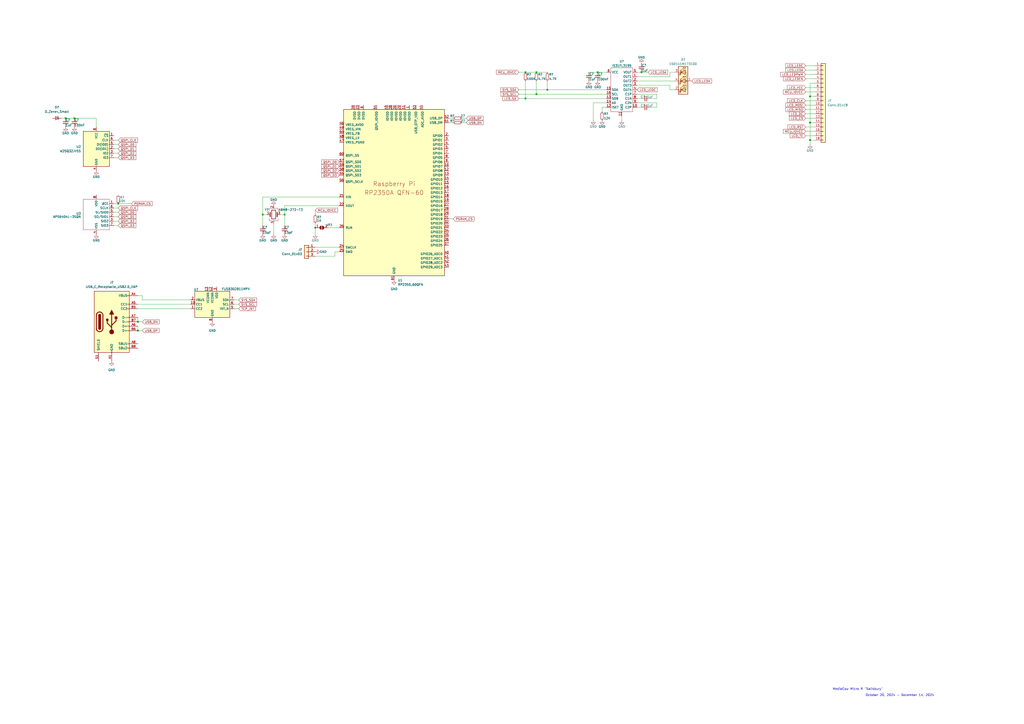
<source format=kicad_sch>
(kicad_sch (version 20231120) (generator "eeschema") (generator_version "8.0")
  (paper "A2")
  (lib_symbols
    (symbol "Connector:USB_C_Receptacle_USB2.0_16P" (pin_names (offset 1.016))
      (property "Reference" "J" (at 0 22.225 0))
      (property "Value" "USB_C_Receptacle_USB2.0_16P" (at 0 19.685 0))
      (symbol "USB_C_Receptacle_USB2.0_16P_0_0"
        (rectangle (start -0.254 -17.78) (end 0.254 -16.764))
        (rectangle (start 10.16 -14.986) (end 9.144 -15.494))
        (rectangle (start 10.16 -12.446) (end 9.144 -12.954))
        (rectangle (start 10.16 -4.826) (end 9.144 -5.334))
        (rectangle (start 10.16 -2.286) (end 9.144 -2.794))
        (rectangle (start 10.16 0.254) (end 9.144 -0.254))
        (rectangle (start 10.16 2.794) (end 9.144 2.286))
        (rectangle (start 10.16 7.874) (end 9.144 7.366))
        (rectangle (start 10.16 10.414) (end 9.144 9.906))
        (rectangle (start 10.16 15.494) (end 9.144 14.986))
      )
      (symbol "USB_C_Receptacle_USB2.0_16P_0_1"
        (rectangle (start -10.16 17.78) (end 10.16 -17.78) (stroke (width 0.254)) (fill (type background)))
        (arc (start -8.89 -3.81) (mid -6.985 -5.7067) (end -5.08 -3.81) (stroke (width 0.508)))
        (arc (start -7.62 -3.81) (mid -6.985 -4.4423) (end -6.35 -3.81) (stroke (width 0.254)))
        (arc (start -7.62 -3.81) (mid -6.985 -4.4423) (end -6.35 -3.81) (stroke (width 0.254)) (fill (type outline)))
        (rectangle (start -7.62 -3.81) (end -6.35 3.81) (stroke (width 0.254)) (fill (type outline)))
        (arc (start -6.35 3.81) (mid -6.985 4.4423) (end -7.62 3.81) (stroke (width 0.254)))
        (arc (start -6.35 3.81) (mid -6.985 4.4423) (end -7.62 3.81) (stroke (width 0.254)) (fill (type outline)))
        (arc (start -5.08 3.81) (mid -6.985 5.7067) (end -8.89 3.81) (stroke (width 0.508)))
        (circle (center -2.54 1.143) (radius 0.635) (stroke (width 0.254)) (fill (type outline)))
        (circle (center 0 -5.842) (radius 1.27) (fill (type outline)))
        (polyline (pts (xy -8.89 -3.81) (xy -8.89 3.81)) (stroke (width 0.508)))
        (polyline (pts (xy -5.08 3.81) (xy -5.08 -3.81)) (stroke (width 0.508)))
        (polyline (pts (xy 0 -5.842) (xy 0 4.318)) (stroke (width 0.508)))
        (polyline (pts (xy 0 -3.302) (xy -2.54 -0.762) (xy -2.54 0.508)) (stroke (width 0.508)))
        (polyline (pts (xy 0 -2.032) (xy 2.54 0.508) (xy 2.54 1.778)) (stroke (width 0.508)))
        (polyline (pts (xy -1.27 4.318) (xy 0 6.858) (xy 1.27 4.318) (xy -1.27 4.318)) (stroke (width 0.254)) (fill (type outline)))
        (rectangle (start 1.905 1.778) (end 3.175 3.048) (stroke (width 0.254)) (fill (type outline)))
      )
      (symbol "USB_C_Receptacle_USB2.0_16P_1_1"
        (pin passive line (at 0 -22.86 90) (length 5.08) (name "GND") (number "A1"))
        (pin passive line (at 0 -22.86 90) (length 5.08) hide (name "GND") (number "A12"))
        (pin passive line (at 15.24 15.24 180) (length 5.08) (name "VBUS") (number "A4"))
        (pin bidirectional line (at 15.24 10.16 180) (length 5.08) (name "CC1") (number "A5"))
        (pin bidirectional line (at 15.24 -2.54 180) (length 5.08) (name "D+") (number "A6"))
        (pin bidirectional line (at 15.24 2.54 180) (length 5.08) (name "D-") (number "A7"))
        (pin bidirectional line (at 15.24 -12.7 180) (length 5.08) (name "SBU1") (number "A8"))
        (pin passive line (at 15.24 15.24 180) (length 5.08) hide (name "VBUS") (number "A9"))
        (pin passive line (at 0 -22.86 90) (length 5.08) hide (name "GND") (number "B1"))
        (pin passive line (at 0 -22.86 90) (length 5.08) hide (name "GND") (number "B12"))
        (pin passive line (at 15.24 15.24 180) (length 5.08) hide (name "VBUS") (number "B4"))
        (pin bidirectional line (at 15.24 7.62 180) (length 5.08) (name "CC2") (number "B5"))
        (pin bidirectional line (at 15.24 -5.08 180) (length 5.08) (name "D+") (number "B6"))
        (pin bidirectional line (at 15.24 0 180) (length 5.08) (name "D-") (number "B7"))
        (pin bidirectional line (at 15.24 -15.24 180) (length 5.08) (name "SBU2") (number "B8"))
        (pin passive line (at 15.24 15.24 180) (length 5.08) hide (name "VBUS") (number "B9"))
        (pin passive line (at -7.62 -22.86 90) (length 5.08) (name "SHIELD") (number "S1"))
      )
    )
    (symbol "Connector_Generic:Conn_01x03" (pin_names (offset 1.016) hide)
      (property "Reference" "J" (at 0 5.08 0))
      (property "Value" "Conn_01x03" (at 0 -5.08 0))
      (symbol "Conn_01x03_1_1"
        (rectangle (start -1.27 -2.413) (end 0 -2.667) (stroke (width 0.1524)))
        (rectangle (start -1.27 0.127) (end 0 -0.127) (stroke (width 0.1524)))
        (rectangle (start -1.27 2.667) (end 0 2.413) (stroke (width 0.1524)))
        (rectangle (start -1.27 3.81) (end 1.27 -3.81) (stroke (width 0.254)) (fill (type background)))
        (pin passive line (at -5.08 2.54 0) (length 3.81) (name "Pin_1") (number "1"))
        (pin passive line (at -5.08 0 0) (length 3.81) (name "Pin_2") (number "2"))
        (pin passive line (at -5.08 -2.54 0) (length 3.81) (name "Pin_3") (number "3"))
      )
    )
    (symbol "Connector_Generic:Conn_01x18" (pin_names (offset 1.016) hide)
      (property "Reference" "J" (at 0 22.86 0))
      (property "Value" "Conn_01x18" (at 0 -25.4 0))
      (symbol "Conn_01x18_1_1"
        (rectangle (start -1.27 -22.733) (end 0 -22.987) (stroke (width 0.1524)))
        (rectangle (start -1.27 -20.193) (end 0 -20.447) (stroke (width 0.1524)))
        (rectangle (start -1.27 -17.653) (end 0 -17.907) (stroke (width 0.1524)))
        (rectangle (start -1.27 -15.113) (end 0 -15.367) (stroke (width 0.1524)))
        (rectangle (start -1.27 -12.573) (end 0 -12.827) (stroke (width 0.1524)))
        (rectangle (start -1.27 -10.033) (end 0 -10.287) (stroke (width 0.1524)))
        (rectangle (start -1.27 -7.493) (end 0 -7.747) (stroke (width 0.1524)))
        (rectangle (start -1.27 -4.953) (end 0 -5.207) (stroke (width 0.1524)))
        (rectangle (start -1.27 -2.413) (end 0 -2.667) (stroke (width 0.1524)))
        (rectangle (start -1.27 0.127) (end 0 -0.127) (stroke (width 0.1524)))
        (rectangle (start -1.27 2.667) (end 0 2.413) (stroke (width 0.1524)))
        (rectangle (start -1.27 5.207) (end 0 4.953) (stroke (width 0.1524)))
        (rectangle (start -1.27 7.747) (end 0 7.493) (stroke (width 0.1524)))
        (rectangle (start -1.27 10.287) (end 0 10.033) (stroke (width 0.1524)))
        (rectangle (start -1.27 12.827) (end 0 12.573) (stroke (width 0.1524)))
        (rectangle (start -1.27 15.367) (end 0 15.113) (stroke (width 0.1524)))
        (rectangle (start -1.27 17.907) (end 0 17.653) (stroke (width 0.1524)))
        (rectangle (start -1.27 20.447) (end 0 20.193) (stroke (width 0.1524)))
        (rectangle (start -1.27 21.59) (end 1.27 -24.13) (stroke (width 0.254)) (fill (type background)))
        (pin passive line (at -5.08 20.32 0) (length 3.81) (name "Pin_1") (number "1"))
        (pin passive line (at -5.08 -2.54 0) (length 3.81) (name "Pin_10") (number "10"))
        (pin passive line (at -5.08 -5.08 0) (length 3.81) (name "Pin_11") (number "11"))
        (pin passive line (at -5.08 -7.62 0) (length 3.81) (name "Pin_12") (number "12"))
        (pin passive line (at -5.08 -10.16 0) (length 3.81) (name "Pin_13") (number "13"))
        (pin passive line (at -5.08 -12.7 0) (length 3.81) (name "Pin_14") (number "14"))
        (pin passive line (at -5.08 -15.24 0) (length 3.81) (name "Pin_15") (number "15"))
        (pin passive line (at -5.08 -17.78 0) (length 3.81) (name "Pin_16") (number "16"))
        (pin passive line (at -5.08 -20.32 0) (length 3.81) (name "Pin_17") (number "17"))
        (pin passive line (at -5.08 -22.86 0) (length 3.81) (name "Pin_18") (number "18"))
        (pin passive line (at -5.08 17.78 0) (length 3.81) (name "Pin_2") (number "2"))
        (pin passive line (at -5.08 15.24 0) (length 3.81) (name "Pin_3") (number "3"))
        (pin passive line (at -5.08 12.7 0) (length 3.81) (name "Pin_4") (number "4"))
        (pin passive line (at -5.08 10.16 0) (length 3.81) (name "Pin_5") (number "5"))
        (pin passive line (at -5.08 7.62 0) (length 3.81) (name "Pin_6") (number "6"))
        (pin passive line (at -5.08 5.08 0) (length 3.81) (name "Pin_7") (number "7"))
        (pin passive line (at -5.08 2.54 0) (length 3.81) (name "Pin_8") (number "8"))
        (pin passive line (at -5.08 0 0) (length 3.81) (name "Pin_9") (number "9"))
      )
    )
    (symbol "Device:C_Small" (pin_numbers hide) (pin_names (offset 0.254) hide)
      (property "Reference" "C" (at 0.254 1.778 0))
      (property "Value" "C_Small" (at 0.254 -2.032 0))
      (symbol "C_Small_0_1"
        (polyline (pts (xy -1.524 -0.508) (xy 1.524 -0.508)) (stroke (width 0.3302)))
        (polyline (pts (xy -1.524 0.508) (xy 1.524 0.508)) (stroke (width 0.3048)))
      )
      (symbol "C_Small_1_1"
        (pin passive line (at 0 2.54 270) (length 2.032) (name "~") (number "1"))
        (pin passive line (at 0 -2.54 90) (length 2.032) (name "~") (number "2"))
      )
    )
    (symbol "Device:Crystal_GND24" (pin_names (offset 1.016) hide)
      (property "Reference" "Y" (at 3.175 5.08 0))
      (property "Value" "Crystal_GND24" (at 3.175 3.175 0))
      (symbol "Crystal_GND24_0_1"
        (rectangle (start -1.143 2.54) (end 1.143 -2.54) (stroke (width 0.3048)))
        (polyline (pts (xy -2.54 0) (xy -2.032 0)))
        (polyline (pts (xy -2.032 -1.27) (xy -2.032 1.27)) (stroke (width 0.508)))
        (polyline (pts (xy 0 -3.81) (xy 0 -3.556)))
        (polyline (pts (xy 0 3.556) (xy 0 3.81)))
        (polyline (pts (xy 2.032 -1.27) (xy 2.032 1.27)) (stroke (width 0.508)))
        (polyline (pts (xy 2.032 0) (xy 2.54 0)))
        (polyline (pts (xy -2.54 -2.286) (xy -2.54 -3.556) (xy 2.54 -3.556) (xy 2.54 -2.286)))
        (polyline (pts (xy -2.54 2.286) (xy -2.54 3.556) (xy 2.54 3.556) (xy 2.54 2.286)))
      )
      (symbol "Crystal_GND24_1_1"
        (pin passive line (at -3.81 0 0) (length 1.27) (name "1") (number "1"))
        (pin passive line (at 0 5.08 270) (length 1.27) (name "2") (number "2"))
        (pin passive line (at 3.81 0 180) (length 1.27) (name "3") (number "3"))
        (pin passive line (at 0 -5.08 90) (length 1.27) (name "4") (number "4"))
      )
    )
    (symbol "Device:D_Zener_Small" (pin_numbers hide) (pin_names (offset 0.254) hide)
      (property "Reference" "D" (at 0 2.286 0))
      (property "Value" "D_Zener_Small" (at 0 -2.286 0))
      (symbol "D_Zener_Small_0_1"
        (polyline (pts (xy 0.762 0) (xy -0.762 0)))
        (polyline (pts (xy -0.254 1.016) (xy -0.762 1.016) (xy -0.762 -1.016)) (stroke (width 0.254)))
        (polyline (pts (xy 0.762 1.016) (xy -0.762 0) (xy 0.762 -1.016) (xy 0.762 1.016)) (stroke (width 0.254)))
      )
      (symbol "D_Zener_Small_1_1"
        (pin passive line (at -2.54 0 0) (length 1.778) (name "K") (number "1"))
        (pin passive line (at 2.54 0 180) (length 1.778) (name "A") (number "2"))
      )
    )
    (symbol "Device:LED_ABRG" (pin_names (offset 0) hide)
      (property "Reference" "D" (at 0 9.398 0))
      (property "Value" "LED_ABRG" (at 0 -8.89 0))
      (symbol "LED_ABRG_0_0"
        (text "B" (at -1.905 -6.35 0) (effects (font (size 1.27 1.27))))
        (text "G" (at -1.905 -1.27 0) (effects (font (size 1.27 1.27))))
        (text "R" (at -1.905 3.81 0) (effects (font (size 1.27 1.27))))
      )
      (symbol "LED_ABRG_0_1"
        (polyline (pts (xy -1.27 -5.08) (xy -2.54 -5.08)))
        (polyline (pts (xy -1.27 -5.08) (xy 1.27 -5.08)))
        (polyline (pts (xy -1.27 -3.81) (xy -1.27 -6.35)) (stroke (width 0.254)))
        (polyline (pts (xy -1.27 0) (xy -2.54 0)))
        (polyline (pts (xy -1.27 1.27) (xy -1.27 -1.27)) (stroke (width 0.254)))
        (polyline (pts (xy -1.27 5.08) (xy -2.54 5.08)))
        (polyline (pts (xy -1.27 5.08) (xy 1.27 5.08)))
        (polyline (pts (xy -1.27 6.35) (xy -1.27 3.81)) (stroke (width 0.254)))
        (polyline (pts (xy 1.27 0) (xy -1.27 0)))
        (polyline (pts (xy 1.27 0) (xy 2.54 0)))
        (polyline (pts (xy -1.27 1.27) (xy -1.27 -1.27) (xy -1.27 -1.27)))
        (polyline (pts (xy -1.27 6.35) (xy -1.27 3.81) (xy -1.27 3.81)))
        (polyline (pts (xy 1.27 -5.08) (xy 2.032 -5.08) (xy 2.032 5.08) (xy 1.27 5.08)))
        (polyline (pts (xy 1.27 -3.81) (xy 1.27 -6.35) (xy -1.27 -5.08) (xy 1.27 -3.81)) (stroke (width 0.254)))
        (polyline (pts (xy 1.27 1.27) (xy 1.27 -1.27) (xy -1.27 0) (xy 1.27 1.27)) (stroke (width 0.254)))
        (polyline (pts (xy 1.27 6.35) (xy 1.27 3.81) (xy -1.27 5.08) (xy 1.27 6.35)) (stroke (width 0.254)))
        (polyline (pts (xy -1.016 -3.81) (xy 0.508 -2.286) (xy -0.254 -2.286) (xy 0.508 -2.286) (xy 0.508 -3.048)))
        (polyline (pts (xy -1.016 1.27) (xy 0.508 2.794) (xy -0.254 2.794) (xy 0.508 2.794) (xy 0.508 2.032)))
        (polyline (pts (xy -1.016 6.35) (xy 0.508 7.874) (xy -0.254 7.874) (xy 0.508 7.874) (xy 0.508 7.112)))
        (polyline (pts (xy 0 -3.81) (xy 1.524 -2.286) (xy 0.762 -2.286) (xy 1.524 -2.286) (xy 1.524 -3.048)))
        (polyline (pts (xy 0 1.27) (xy 1.524 2.794) (xy 0.762 2.794) (xy 1.524 2.794) (xy 1.524 2.032)))
        (polyline (pts (xy 0 6.35) (xy 1.524 7.874) (xy 0.762 7.874) (xy 1.524 7.874) (xy 1.524 7.112)))
        (rectangle (start 1.27 -1.27) (end 1.27 1.27))
        (rectangle (start 1.27 1.27) (end 1.27 1.27))
        (rectangle (start 1.27 3.81) (end 1.27 6.35))
        (rectangle (start 1.27 6.35) (end 1.27 6.35))
        (circle (center 2.032 0) (radius 0.254) (fill (type outline)))
        (rectangle (start 2.794 8.382) (end -2.794 -7.62) (stroke (width 0.254)) (fill (type background)))
      )
      (symbol "LED_ABRG_1_1"
        (pin passive line (at 5.08 0 180) (length 2.54) (name "A") (number "1"))
        (pin passive line (at -5.08 -5.08 0) (length 2.54) (name "BK") (number "2"))
        (pin passive line (at -5.08 5.08 0) (length 2.54) (name "RK") (number "3"))
        (pin passive line (at -5.08 0 0) (length 2.54) (name "GK") (number "4"))
      )
    )
    (symbol "Device:R_Small" (pin_numbers hide) (pin_names (offset 0.254) hide)
      (property "Reference" "R" (at 0.762 0.508 0))
      (property "Value" "R_Small" (at 0.762 -1.016 0))
      (symbol "R_Small_0_1"
        (rectangle (start -0.762 1.778) (end 0.762 -1.778) (stroke (width 0.2032)))
      )
      (symbol "R_Small_1_1"
        (pin passive line (at 0 2.54 270) (length 0.762) (name "~") (number "1"))
        (pin passive line (at 0 -2.54 90) (length 0.762) (name "~") (number "2"))
      )
    )
    (symbol "Interface_USB:FUSB302B11MPX"
      (property "Reference" "U" (at -10.16 8.89 0))
      (property "Value" "FUSB302B11MPX" (at 3.81 8.89 0))
      (symbol "FUSB302B11MPX_0_1"
        (rectangle (start -10.16 7.62) (end 10.16 -7.62) (stroke (width 0.254)) (fill (type background)))
      )
      (symbol "FUSB302B11MPX_1_1"
        (pin bidirectional line (at 12.7 -2.54 180) (length 2.54) (name "CC2") (number "1"))
        (pin bidirectional line (at 12.7 0 180) (length 2.54) (name "CC1") (number "10"))
        (pin bidirectional line (at 12.7 0 180) (length 2.54) hide (name "CC1") (number "11"))
        (pin power_in line (at 0 10.16 270) (length 2.54) (name "VCONN") (number "12"))
        (pin power_in line (at 2.54 10.16 270) (length 2.54) (name "VCONN") (number "13"))
        (pin bidirectional line (at 12.7 -2.54 180) (length 2.54) hide (name "CC2") (number "14"))
        (pin passive line (at 0 -10.16 90) (length 2.54) hide (name "GND") (number "15"))
        (pin input line (at 12.7 2.54 180) (length 2.54) (name "VBUS") (number "2"))
        (pin power_in line (at -2.54 10.16 270) (length 2.54) (name "VDD") (number "3"))
        (pin passive line (at -2.54 10.16 270) (length 2.54) hide (name "VDD") (number "4"))
        (pin open_collector line (at -12.7 -2.54 0) (length 2.54) (name "INT_N") (number "5"))
        (pin input line (at -12.7 0 0) (length 2.54) (name "SCL") (number "6"))
        (pin bidirectional line (at -12.7 2.54 0) (length 2.54) (name "SDA") (number "7"))
        (pin power_in line (at 0 -10.16 90) (length 2.54) (name "GND") (number "8"))
        (pin passive line (at 0 -10.16 90) (length 2.54) hide (name "GND") (number "9"))
      )
    )
    (symbol "Jumper:SolderJumper_2_Open" (pin_names (offset 0) hide)
      (property "Reference" "JP" (at 0 2.032 0))
      (property "Value" "SolderJumper_2_Open" (at 0 -2.54 0))
      (symbol "SolderJumper_2_Open_0_1"
        (arc (start -0.254 1.016) (mid -1.2656 0) (end -0.254 -1.016))
        (arc (start -0.254 1.016) (mid -1.2656 0) (end -0.254 -1.016) (fill (type outline)))
        (polyline (pts (xy -0.254 1.016) (xy -0.254 -1.016)))
        (polyline (pts (xy 0.254 1.016) (xy 0.254 -1.016)))
        (arc (start 0.254 -1.016) (mid 1.2656 0) (end 0.254 1.016))
        (arc (start 0.254 -1.016) (mid 1.2656 0) (end 0.254 1.016) (fill (type outline)))
      )
      (symbol "SolderJumper_2_Open_1_1"
        (pin passive line (at -3.81 0 0) (length 2.54) (name "A") (number "1"))
        (pin passive line (at 3.81 0 180) (length 2.54) (name "B") (number "2"))
      )
    )
    (symbol "MCU_RaspberryPi_RP2350:RP2350_60QFN" (pin_names (offset 1.016))
      (property "Reference" "U" (at -29.21 49.53 0))
      (property "Value" "RP2350_60QFN" (at 24.13 -49.53 0))
      (symbol "RP2350_60QFN_0_0"
        (text "Raspberry Pi" (at 0 5.08 0) (effects (font (size 2.54 2.54))))
      )
      (symbol "RP2350_60QFN_0_1"
        (rectangle (start 29.21 48.26) (end -29.21 -48.26) (stroke (width 0.254)) (fill (type background)))
      )
      (symbol "RP2350_60QFN_1_0"
        (text "RP2350A QFN-60" (at 0 0 0) (effects (font (size 2.54 2.54))))
      )
      (symbol "RP2350_60QFN_1_1"
        (pin power_in line (at 8.89 50.8 270) (length 2.54) (name "IOVDD") (number "1"))
        (pin bidirectional line (at 31.75 15.24 180) (length 2.54) (name "GPIO7") (number "10"))
        (pin power_in line (at 6.35 50.8 270) (length 2.54) (name "IOVDD") (number "11"))
        (pin bidirectional line (at 31.75 12.7 180) (length 2.54) (name "GPIO8") (number "12"))
        (pin bidirectional line (at 31.75 10.16 180) (length 2.54) (name "GPIO9") (number "13"))
        (pin bidirectional line (at 31.75 7.62 180) (length 2.54) (name "GPIO10") (number "14"))
        (pin bidirectional line (at 31.75 5.08 180) (length 2.54) (name "GPIO11") (number "15"))
        (pin bidirectional line (at 31.75 2.54 180) (length 2.54) (name "GPIO12") (number "16"))
        (pin bidirectional line (at 31.75 0 180) (length 2.54) (name "GPIO13") (number "17"))
        (pin bidirectional line (at 31.75 -2.54 180) (length 2.54) (name "GPIO14") (number "18"))
        (pin bidirectional line (at 31.75 -5.08 180) (length 2.54) (name "GPIO15") (number "19"))
        (pin bidirectional line (at 31.75 33.02 180) (length 2.54) (name "GPIO0") (number "2"))
        (pin power_in line (at 3.81 50.8 270) (length 2.54) (name "IOVDD") (number "20"))
        (pin input line (at -31.75 -2.54 0) (length 2.54) (name "XIN") (number "21"))
        (pin passive line (at -31.75 -7.62 0) (length 2.54) (name "XOUT") (number "22"))
        (pin power_in line (at -20.32 50.8 270) (length 2.54) (name "DVDD") (number "23"))
        (pin output line (at -31.75 -31.75 0) (length 2.54) (name "SWCLK") (number "24"))
        (pin bidirectional line (at -31.75 -34.29 0) (length 2.54) (name "SWD") (number "25"))
        (pin input line (at -31.75 -20.32 0) (length 2.54) (name "RUN") (number "26"))
        (pin bidirectional line (at 31.75 -7.62 180) (length 2.54) (name "GPIO16") (number "27"))
        (pin bidirectional line (at 31.75 -10.16 180) (length 2.54) (name "GPIO17") (number "28"))
        (pin bidirectional line (at 31.75 -12.7 180) (length 2.54) (name "GPIO18") (number "29"))
        (pin bidirectional line (at 31.75 30.48 180) (length 2.54) (name "GPIO1") (number "3"))
        (pin power_in line (at 1.27 50.8 270) (length 2.54) (name "IOVDD") (number "30"))
        (pin bidirectional line (at 31.75 -15.24 180) (length 2.54) (name "GPIO19") (number "31"))
        (pin bidirectional line (at 31.75 -17.78 180) (length 2.54) (name "GPIO20") (number "32"))
        (pin bidirectional line (at 31.75 -20.32 180) (length 2.54) (name "GPIO21") (number "33"))
        (pin bidirectional line (at 31.75 -22.86 180) (length 2.54) (name "GPIO22") (number "34"))
        (pin bidirectional line (at 31.75 -25.4 180) (length 2.54) (name "GPIO23") (number "35"))
        (pin bidirectional line (at 31.75 -27.94 180) (length 2.54) (name "GPIO24") (number "36"))
        (pin bidirectional line (at 31.75 -30.48 180) (length 2.54) (name "GPIO25") (number "37"))
        (pin power_in line (at -1.27 50.8 270) (length 2.54) (name "IOVDD") (number "38"))
        (pin power_in line (at -22.86 50.8 270) (length 2.54) (name "DVDD") (number "39"))
        (pin bidirectional line (at 31.75 27.94 180) (length 2.54) (name "GPIO2") (number "4"))
        (pin bidirectional line (at 31.75 -35.56 180) (length 2.54) (name "GPIO26_ADC0") (number "40"))
        (pin bidirectional line (at 31.75 -38.1 180) (length 2.54) (name "GPIO27_ADC1") (number "41"))
        (pin bidirectional line (at 31.75 -40.64 180) (length 2.54) (name "GPIO28_ADC2") (number "42"))
        (pin bidirectional line (at 31.75 -43.18 180) (length 2.54) (name "GPIO29_ADC3") (number "43"))
        (pin power_in line (at 16.51 50.8 270) (length 2.54) (name "ADC_AVDD") (number "44"))
        (pin power_in line (at -3.81 50.8 270) (length 2.54) (name "IOVDD") (number "45"))
        (pin power_in line (at -31.75 39.37 0) (length 2.54) (name "VREG_AVDD") (number "46"))
        (pin power_in line (at -31.75 29.21 0) (length 2.54) (name "VREG_PGND") (number "47"))
        (pin power_out line (at -31.75 31.75 0) (length 2.54) (name "VREG_LX") (number "48"))
        (pin power_in line (at -31.75 36.83 0) (length 2.54) (name "VREG_VIN") (number "49"))
        (pin bidirectional line (at 31.75 25.4 180) (length 2.54) (name "GPIO3") (number "5"))
        (pin input line (at -31.75 34.29 0) (length 2.54) (name "VREG_FB") (number "50"))
        (pin bidirectional line (at 31.75 40.64 180) (length 2.54) (name "USB_DM") (number "51"))
        (pin bidirectional line (at 31.75 43.18 180) (length 2.54) (name "USB_DP") (number "52"))
        (pin power_in line (at 12.7 50.8 270) (length 2.54) (name "USB_OTP_VDD") (number "53"))
        (pin power_in line (at -10.16 50.8 270) (length 2.54) (name "QSPI_IOVDD") (number "54"))
        (pin bidirectional line (at -31.75 10.16 0) (length 2.54) (name "QSPI_SD3") (number "55"))
        (pin output line (at -31.75 6.35 0) (length 2.54) (name "QSPI_SCLK") (number "56"))
        (pin bidirectional line (at -31.75 17.78 0) (length 2.54) (name "QSPI_SD0") (number "57"))
        (pin bidirectional line (at -31.75 12.7 0) (length 2.54) (name "QSPI_SD2") (number "58"))
        (pin bidirectional line (at -31.75 15.24 0) (length 2.54) (name "QSPI_SD1") (number "59"))
        (pin power_in line (at -17.78 50.8 270) (length 2.54) (name "DVDD") (number "6"))
        (pin bidirectional line (at -31.75 21.59 0) (length 2.54) (name "QSPI_SS") (number "60"))
        (pin power_in line (at 0 -50.8 90) (length 2.54) (name "GND") (number "61"))
        (pin bidirectional line (at 31.75 22.86 180) (length 2.54) (name "GPIO4") (number "7"))
        (pin bidirectional line (at 31.75 20.32 180) (length 2.54) (name "GPIO5") (number "8"))
        (pin bidirectional line (at 31.75 17.78 180) (length 2.54) (name "GPIO6") (number "9"))
      )
    )
    (symbol "Memory_Flash:W25Q32JVSS"
      (property "Reference" "U" (at -6.35 11.43 0))
      (property "Value" "W25Q32JVSS" (at 7.62 11.43 0))
      (symbol "W25Q32JVSS_0_1"
        (rectangle (start -7.62 10.16) (end 7.62 -10.16) (stroke (width 0.254)) (fill (type background)))
      )
      (symbol "W25Q32JVSS_1_1"
        (pin input line (at -10.16 7.62 0) (length 2.54) (name "~{CS}") (number "1"))
        (pin bidirectional line (at -10.16 0 0) (length 2.54) (name "DO(IO1)") (number "2"))
        (pin bidirectional line (at -10.16 -2.54 0) (length 2.54) (name "IO2") (number "3"))
        (pin power_in line (at 0 -12.7 90) (length 2.54) (name "GND") (number "4"))
        (pin bidirectional line (at -10.16 2.54 0) (length 2.54) (name "DI(IO0)") (number "5"))
        (pin input line (at -10.16 5.08 0) (length 2.54) (name "CLK") (number "6"))
        (pin bidirectional line (at -10.16 -5.08 0) (length 2.54) (name "IO3") (number "7"))
        (pin power_in line (at 0 12.7 270) (length 2.54) (name "VCC") (number "8"))
      )
    )
    (symbol "mcm_r:APS6404L-3SQN"
      (property "Reference" "U" (at 0 0 0))
      (symbol "APS6404L-3SQN_0_1"
        (rectangle (start -7.62 8.89) (end 7.62 -8.89))
      )
      (symbol "APS6404L-3SQN_1_1"
        (pin input line (at -10.16 6.35 0) (length 2.54) (name "#CE") (number "1"))
        (pin input line (at -10.16 -1.27 0) (length 2.54) (name "SO/SIO1") (number "2"))
        (pin input line (at -10.16 -3.81 0) (length 2.54) (name "SIO2") (number "3"))
        (pin input line (at 0 -11.43 90) (length 2.54) (name "VSS") (number "4"))
        (pin input line (at -10.16 1.27 0) (length 2.54) (name "SI/SIO0") (number "5"))
        (pin input line (at -10.16 3.81 0) (length 2.54) (name "SCLK") (number "6"))
        (pin input line (at -10.16 -6.35 0) (length 2.54) (name "SIO3") (number "7"))
        (pin input line (at 0 11.43 270) (length 2.54) (name "VDD") (number "8"))
      )
    )
    (symbol "mcm_r:IS31FL3195"
      (property "Reference" "U?" (at 0 16.51 0))
      (property "Value" "~" (at 0 13.97 0))
      (symbol "IS31FL3195_0_1"
        (rectangle (start -6.35 12.7) (end 6.35 -12.7))
      )
      (symbol "IS31FL3195_1_1"
        (pin input line (at 8.89 7.62 180) (length 2.54) (name "OUT1") (number "1"))
        (pin input line (at 8.89 -10.16 180) (length 2.54) (name "C2P") (number "10"))
        (pin input line (at 0 -15.24 90) (length 2.54) (name "GND") (number "11"))
        (pin input line (at -8.89 -10.16 0) (length 2.54) (name "ISET") (number "12"))
        (pin input line (at -8.89 -5.08 0) (length 2.54) (name "SDB") (number "13"))
        (pin input line (at -8.89 -7.62 0) (length 2.54) (name "AD") (number "14"))
        (pin input line (at -8.89 0 0) (length 2.54) (name "SDA") (number "15"))
        (pin input line (at -8.89 -2.54 0) (length 2.54) (name "SCL") (number "16"))
        (pin input line (at 8.89 5.08 180) (length 2.54) (name "OUT2") (number "2"))
        (pin input line (at 8.89 2.54 180) (length 2.54) (name "OUT3") (number "3"))
        (pin input line (at 8.89 0 180) (length 2.54) (name "OUT4") (number "4"))
        (pin input line (at 8.89 10.16 180) (length 2.54) (name "VOUT") (number "5"))
        (pin input line (at -8.89 10.16 0) (length 2.54) (name "VCC") (number "6"))
        (pin input line (at 8.89 -2.54 180) (length 2.54) (name "C1P") (number "7"))
        (pin input line (at 8.89 -5.08 180) (length 2.54) (name "C1N") (number "8"))
        (pin input line (at 8.89 -7.62 180) (length 2.54) (name "C2N") (number "9"))
      )
    )
    (symbol "power:GND" (power) (pin_names (offset 0))
      (property "Value" "GND" (at 0 -3.81 0))
      (symbol "GND_0_1"
        (polyline (pts (xy 0 0) (xy 0 -1.27) (xy 1.27 -1.27) (xy 0 -2.54) (xy -1.27 -1.27) (xy 0 -1.27)))
      )
      (symbol "GND_1_1"
        (pin power_in line (at 0 0 270) (length 0) hide (name "GND") (number "1"))
      )
    )
  )
  (junction (at 165.1 124.46))
  (junction (at 372.11 41.91))
  (junction (at 317.5 52.07))
  (junction (at 182.88 132.08))
  (junction (at 152.4 124.46))
  (junction (at 43.18 68.58))
  (junction (at 469.9 81.28))
  (junction (at 304.8 41.91))
  (junction (at 311.15 54.61))
  (junction (at 469.9 55.88))
  (junction (at 304.8 57.15))
  (junction (at 469.9 71.12))
  (junction (at 38.1 68.58))
  (junction (at 80.01 191.77))
  (junction (at 68.58 118.11))
  (junction (at 311.15 41.91))
  (junction (at 346.71 41.91))
  (junction (at 80.01 186.69))
  (wire (pts (xy 369.57 59.69) (xy 381 59.69)))
  (wire (pts (xy 68.58 86.36) (xy 66.04 86.36)))
  (wire (pts (xy 467.36 53.34) (xy 472.44 53.34)))
  (wire (pts (xy 68.58 130.81) (xy 66.04 130.81)))
  (wire (pts (xy 68.58 83.82) (xy 66.04 83.82)))
  (wire (pts (xy 467.36 60.96) (xy 472.44 60.96)))
  (wire (pts (xy 375.92 41.91) (xy 372.11 41.91)))
  (wire (pts (xy 369.57 62.23) (xy 372.11 62.23)))
  (wire (pts (xy 381 57.15) (xy 381 54.61)))
  (wire (pts (xy 467.36 76.2) (xy 472.44 76.2)))
  (wire (pts (xy 262.89 68.58) (xy 260.35 68.58)))
  (wire (pts (xy 158.75 135.89) (xy 158.75 129.54)))
  (wire (pts (xy 467.36 38.1) (xy 472.44 38.1)))
  (wire (pts (xy 467.36 50.8) (xy 472.44 50.8)))
  (wire (pts (xy 469.9 71.12) (xy 472.44 71.12)))
  (wire (pts (xy 135.89 176.53) (xy 138.43 176.53)))
  (wire (pts (xy 68.58 118.11) (xy 76.2 118.11)))
  (wire (pts (xy 311.15 46.99) (xy 311.15 54.61)))
  (wire (pts (xy 388.62 41.91) (xy 388.62 44.45)))
  (wire (pts (xy 369.57 54.61) (xy 381 54.61)))
  (wire (pts (xy 304.8 41.91) (xy 311.15 41.91)))
  (wire (pts (xy 467.36 45.72) (xy 472.44 45.72)))
  (wire (pts (xy 381 62.23) (xy 381 59.69)))
  (wire (pts (xy 388.62 49.53) (xy 369.57 49.53)))
  (wire (pts (xy 469.9 55.88) (xy 469.9 48.26)))
  (wire (pts (xy 66.04 118.11) (xy 68.58 118.11)))
  (wire (pts (xy 152.4 124.46) (xy 152.4 114.3)))
  (wire (pts (xy 38.1 68.58) (xy 43.18 68.58)))
  (wire (pts (xy 270.51 71.12) (xy 267.97 71.12)))
  (wire (pts (xy 344.17 59.69) (xy 344.17 69.85)))
  (wire (pts (xy 68.58 88.9) (xy 66.04 88.9)))
  (wire (pts (xy 467.36 78.74) (xy 472.44 78.74)))
  (wire (pts (xy 469.9 55.88) (xy 472.44 55.88)))
  (wire (pts (xy 152.4 114.3) (xy 196.85 114.3)))
  (wire (pts (xy 317.5 46.99) (xy 317.5 52.07)))
  (wire (pts (xy 377.19 62.23) (xy 381 62.23)))
  (wire (pts (xy 68.58 128.27) (xy 66.04 128.27)))
  (wire (pts (xy 152.4 130.81) (xy 152.4 124.46)))
  (wire (pts (xy 351.79 59.69) (xy 344.17 59.69)))
  (wire (pts (xy 270.51 68.58) (xy 267.97 68.58)))
  (wire (pts (xy 304.8 57.15) (xy 351.79 57.15)))
  (wire (pts (xy 182.88 121.92) (xy 182.88 124.46)))
  (wire (pts (xy 80.01 179.07) (xy 110.49 179.07)))
  (wire (pts (xy 80.01 191.77) (xy 82.55 191.77)))
  (wire (pts (xy 300.99 57.15) (xy 304.8 57.15)))
  (wire (pts (xy 349.25 62.23) (xy 351.79 62.23)))
  (wire (pts (xy 391.16 41.91) (xy 388.62 41.91)))
  (wire (pts (xy 341.63 41.91) (xy 346.71 41.91)))
  (wire (pts (xy 162.56 124.46) (xy 165.1 124.46)))
  (wire (pts (xy 82.55 173.99) (xy 82.55 171.45)))
  (wire (pts (xy 391.16 52.07) (xy 388.62 52.07)))
  (wire (pts (xy 35.56 68.58) (xy 38.1 68.58)))
  (wire (pts (xy 300.99 54.61) (xy 311.15 54.61)))
  (wire (pts (xy 369.57 57.15) (xy 372.11 57.15)))
  (wire (pts (xy 182.88 132.08) (xy 182.88 135.89)))
  (wire (pts (xy 469.9 81.28) (xy 469.9 71.12)))
  (wire (pts (xy 68.58 91.44) (xy 66.04 91.44)))
  (wire (pts (xy 182.88 129.54) (xy 182.88 132.08)))
  (wire (pts (xy 300.99 52.07) (xy 317.5 52.07)))
  (wire (pts (xy 317.5 52.07) (xy 351.79 52.07)))
  (wire (pts (xy 110.49 173.99) (xy 82.55 173.99)))
  (wire (pts (xy 472.44 81.28) (xy 469.9 81.28)))
  (wire (pts (xy 138.43 173.99) (xy 135.89 173.99)))
  (wire (pts (xy 262.89 127) (xy 260.35 127)))
  (wire (pts (xy 190.5 132.08) (xy 196.85 132.08)))
  (wire (pts (xy 43.18 68.58) (xy 55.88 68.58)))
  (wire (pts (xy 311.15 41.91) (xy 317.5 41.91)))
  (wire (pts (xy 55.88 68.58) (xy 55.88 73.66)))
  (wire (pts (xy 154.94 124.46) (xy 152.4 124.46)))
  (wire (pts (xy 372.11 41.91) (xy 369.57 41.91)))
  (wire (pts (xy 194.31 146.05) (xy 194.31 148.59)))
  (wire (pts (xy 80.01 186.69) (xy 82.55 186.69)))
  (wire (pts (xy 467.36 63.5) (xy 472.44 63.5)))
  (wire (pts (xy 377.19 57.15) (xy 381 57.15)))
  (wire (pts (xy 165.1 130.81) (xy 165.1 124.46)))
  (wire (pts (xy 346.71 41.91) (xy 351.79 41.91)))
  (wire (pts (xy 165.1 124.46) (xy 165.1 119.38)))
  (wire (pts (xy 469.9 71.12) (xy 469.9 55.88)))
  (wire (pts (xy 469.9 48.26) (xy 472.44 48.26)))
  (wire (pts (xy 300.99 41.91) (xy 304.8 41.91)))
  (wire (pts (xy 467.36 73.66) (xy 472.44 73.66)))
  (wire (pts (xy 388.62 52.07) (xy 388.62 49.53)))
  (wire (pts (xy 80.01 176.53) (xy 110.49 176.53)))
  (wire (pts (xy 68.58 125.73) (xy 66.04 125.73)))
  (wire (pts (xy 135.89 179.07) (xy 138.43 179.07)))
  (wire (pts (xy 82.55 171.45) (xy 80.01 171.45)))
  (wire (pts (xy 388.62 44.45) (xy 369.57 44.45)))
  (wire (pts (xy 66.04 81.28) (xy 68.58 81.28)))
  (wire (pts (xy 349.25 64.77) (xy 349.25 62.23)))
  (wire (pts (xy 467.36 40.64) (xy 472.44 40.64)))
  (wire (pts (xy 80.01 189.23) (xy 80.01 191.77)))
  (wire (pts (xy 194.31 148.59) (xy 182.88 148.59)))
  (wire (pts (xy 68.58 123.19) (xy 66.04 123.19)))
  (wire (pts (xy 165.1 119.38) (xy 196.85 119.38)))
  (wire (pts (xy 467.36 66.04) (xy 472.44 66.04)))
  (wire (pts (xy 182.88 143.51) (xy 196.85 143.51)))
  (wire (pts (xy 467.36 43.18) (xy 472.44 43.18)))
  (wire (pts (xy 66.04 120.65) (xy 68.58 120.65)))
  (wire (pts (xy 80.01 184.15) (xy 80.01 186.69)))
  (wire (pts (xy 467.36 68.58) (xy 472.44 68.58)))
  (wire (pts (xy 260.35 71.12) (xy 262.89 71.12)))
  (wire (pts (xy 311.15 54.61) (xy 351.79 54.61)))
  (wire (pts (xy 360.68 69.85) (xy 360.68 67.31)))
  (wire (pts (xy 469.9 81.28) (xy 469.9 83.82)))
  (wire (pts (xy 304.8 46.99) (xy 304.8 57.15)))
  (wire (pts (xy 467.36 58.42) (xy 472.44 58.42)))
  (wire (pts (xy 369.57 46.99) (xy 391.16 46.99)))
  (wire (pts (xy 196.85 146.05) (xy 194.31 146.05)))
  (text "MediaCow Micro R \"Salisbury\"" (at 497.586 399.796 0) (effects (font (size 1.27 1.27))))
  (text "October 20, 2024 - December 14, 2024" (at 521.97 403.352 0) (effects (font (size 1.27 1.27))))
  (global_label "LCD_MISO" (shape input) (at 467.36 63.5 180) (property "Intersheetrefs" "${INTERSHEET_REFS}" (effects (hide yes))))
  (global_label "LCD_RST" (shape input) (at 467.36 73.66 180) (property "Intersheetrefs" "${INTERSHEET_REFS}" (effects (hide yes))))
  (global_label "USB_DN" (shape input) (at 270.51 71.12 0) (property "Intersheetrefs" "${INTERSHEET_REFS}" (effects (hide yes))))
  (global_label "QSPI_D1" (shape input) (at 68.58 125.73 0) (property "Intersheetrefs" "${INTERSHEET_REFS}" (effects (hide yes))))
  (global_label "PSRAM_CS" (shape input) (at 76.2 118.11 0) (property "Intersheetrefs" "${INTERSHEET_REFS}" (effects (hide yes))))
  (global_label "LCD_LEDA" (shape input) (at 401.32 46.99 0) (property "Intersheetrefs" "${INTERSHEET_REFS}" (effects (hide yes))))
  (global_label "SYS_SDA" (shape input) (at 300.99 52.07 180) (property "Intersheetrefs" "${INTERSHEET_REFS}" (effects (hide yes))))
  (global_label "LCD_LEDC" (shape input) (at 467.36 38.1 180) (property "Intersheetrefs" "${INTERSHEET_REFS}" (effects (hide yes))))
  (global_label "LCD_TE" (shape input) (at 467.36 78.74 180) (property "Intersheetrefs" "${INTERSHEET_REFS}" (effects (hide yes))))
  (global_label "LCD_MOSI" (shape input) (at 467.36 60.96 180) (property "Intersheetrefs" "${INTERSHEET_REFS}" (effects (hide yes))))
  (global_label "QSPI_D3" (shape input) (at 68.58 130.81 0) (property "Intersheetrefs" "${INTERSHEET_REFS}" (effects (hide yes))))
  (global_label "QSPI_D2" (shape input) (at 196.85 99.06 180) (property "Intersheetrefs" "${INTERSHEET_REFS}" (effects (hide yes))))
  (global_label "SYS_SCL" (shape input) (at 138.43 176.53 0) (property "Intersheetrefs" "${INTERSHEET_REFS}" (effects (hide yes))))
  (global_label "QSPI_D0" (shape input) (at 68.58 83.82 0) (property "Intersheetrefs" "${INTERSHEET_REFS}" (effects (hide yes))))
  (global_label "MCU_IOVCC" (shape input) (at 300.99 41.91 180) (property "Intersheetrefs" "${INTERSHEET_REFS}" (effects (hide yes))))
  (global_label "USB_DP" (shape input) (at 270.51 68.58 0) (property "Intersheetrefs" "${INTERSHEET_REFS}" (effects (hide yes))))
  (global_label "QSPI_CLK" (shape input) (at 68.58 81.28 0) (property "Intersheetrefs" "${INTERSHEET_REFS}" (effects (hide yes))))
  (global_label "TCP_INT" (shape input) (at 138.43 179.07 0) (property "Intersheetrefs" "${INTERSHEET_REFS}" (effects (hide yes))))
  (global_label "LCD_LEDC" (shape input) (at 369.57 52.07 0) (property "Intersheetrefs" "${INTERSHEET_REFS}" (effects (hide yes))))
  (global_label "QSPI_CLK" (shape input) (at 68.58 120.65 0) (property "Intersheetrefs" "${INTERSHEET_REFS}" (effects (hide yes))))
  (global_label "QSPI_D0" (shape input) (at 196.85 93.98 180) (property "Intersheetrefs" "${INTERSHEET_REFS}" (effects (hide yes))))
  (global_label "QSPI_D1" (shape input) (at 68.58 86.36 0) (property "Intersheetrefs" "${INTERSHEET_REFS}" (effects (hide yes))))
  (global_label "MCU_IOVCC" (shape input) (at 467.36 53.34 180) (property "Intersheetrefs" "${INTERSHEET_REFS}" (effects (hide yes))))
  (global_label "QSPI_D2" (shape input) (at 68.58 88.9 0) (property "Intersheetrefs" "${INTERSHEET_REFS}" (effects (hide yes))))
  (global_label "SYS_SDA" (shape input) (at 138.43 173.99 0) (property "Intersheetrefs" "${INTERSHEET_REFS}" (effects (hide yes))))
  (global_label "LCD_CLK" (shape input) (at 467.36 58.42 180) (property "Intersheetrefs" "${INTERSHEET_REFS}" (effects (hide yes))))
  (global_label "LCD_LEDPWM" (shape input) (at 467.36 43.18 180) (property "Intersheetrefs" "${INTERSHEET_REFS}" (effects (hide yes))))
  (global_label "LCD_LEDEN" (shape input) (at 467.36 45.72 180) (property "Intersheetrefs" "${INTERSHEET_REFS}" (effects (hide yes))))
  (global_label "QSPI_D3" (shape input) (at 196.85 101.6 180) (property "Intersheetrefs" "${INTERSHEET_REFS}" (effects (hide yes))))
  (global_label "LCD_DC" (shape input) (at 467.36 66.04 180) (property "Intersheetrefs" "${INTERSHEET_REFS}" (effects (hide yes))))
  (global_label "MCU_IOVCC" (shape input) (at 467.36 76.2 180) (property "Intersheetrefs" "${INTERSHEET_REFS}" (effects (hide yes))))
  (global_label "LCD_LEDA" (shape input) (at 467.36 40.64 180) (property "Intersheetrefs" "${INTERSHEET_REFS}" (effects (hide yes))))
  (global_label "MCU_IOVCC" (shape input) (at 182.88 121.92 0) (property "Intersheetrefs" "${INTERSHEET_REFS}" (effects (hide yes))))
  (global_label "QSPI_D3" (shape input) (at 68.58 91.44 0) (property "Intersheetrefs" "${INTERSHEET_REFS}" (effects (hide yes))))
  (global_label "USB_DN" (shape input) (at 82.55 186.69 0) (property "Intersheetrefs" "${INTERSHEET_REFS}" (effects (hide yes))))
  (global_label "QSPI_D1" (shape input) (at 196.85 96.52 180) (property "Intersheetrefs" "${INTERSHEET_REFS}" (effects (hide yes))))
  (global_label "LCD_VCC" (shape input) (at 467.36 50.8 180) (property "Intersheetrefs" "${INTERSHEET_REFS}" (effects (hide yes))))
  (global_label "LCD_LEDA" (shape input) (at 375.92 41.91 0) (property "Intersheetrefs" "${INTERSHEET_REFS}" (effects (hide yes))))
  (global_label "USB_DP" (shape input) (at 82.55 191.77 0) (property "Intersheetrefs" "${INTERSHEET_REFS}" (effects (hide yes))))
  (global_label "QSPI_D0" (shape input) (at 68.58 123.19 0) (property "Intersheetrefs" "${INTERSHEET_REFS}" (effects (hide yes))))
  (global_label "LCD_CS" (shape input) (at 467.36 68.58 180) (property "Intersheetrefs" "${INTERSHEET_REFS}" (effects (hide yes))))
  (global_label "PSRAM_CS" (shape input) (at 262.89 127 0) (property "Intersheetrefs" "${INTERSHEET_REFS}" (effects (hide yes))))
  (global_label "LED_SD" (shape input) (at 300.99 57.15 180) (property "Intersheetrefs" "${INTERSHEET_REFS}" (effects (hide yes))))
  (global_label "QSPI_D2" (shape input) (at 68.58 128.27 0) (property "Intersheetrefs" "${INTERSHEET_REFS}" (effects (hide yes))))
  (global_label "SYS_SCL" (shape input) (at 300.99 54.61 180) (property "Intersheetrefs" "${INTERSHEET_REFS}" (effects (hide yes))))
  (symbol (lib_id "Device:Crystal_GND24") (at 158.75 124.46 0) (unit 1)
    (property "Reference" "Y?" (at 154.686 121.666 0))
    (property "Value" "ABM8-272-T3" (at 168.656 121.666 0))
    (property "Description" "Four pin crystal, GND on pins 2 and 4" (effects (hide yes)))
  )
  (symbol (lib_id "Connector_Generic:Conn_01x18") (at 477.52 58.42 0) (unit 1)
    (property "Reference" "J?" (at 480.06 58.4199 0) (effects (justify left)))
    (property "Value" "Conn_01x18" (at 480.06 60.9599 0) (effects (justify left)))
    (property "Description" "Generic connector, single row, 01x18, script generated (kicad-library-utils/schlib/autogen/connector/)" (effects (hide yes)))
  )
  (symbol (lib_id "Memory_Flash:W25Q32JVSS") (at 55.88 86.36 0) (mirror y) (unit 1)
    (property "Reference" "U2" (at 46.99 85.0899 0) (effects (justify left)))
    (property "Value" "W25Q32JVSS" (at 46.99 87.6299 0) (effects (justify left)))
    (property "Footprint" "Package_SO:SOIC-8_5.23x5.23mm_P1.27mm" (effects (hide yes)))
    (property "Datasheet" "http://www.winbond.com/resource-files/w25q32jv%20revg%2003272018%20plus.pdf" (effects (hide yes)))
    (property "Description" "32Mb Serial Flash Memory, Standard/Dual/Quad SPI, SOIC-8" (effects (hide yes)))
  )
  (symbol (lib_id "Device:R_Small") (at 311.15 44.45 0) (unit 1)
    (property "Reference" "R?" (at 312.166 43.18 0) (effects (justify left)))
    (property "Value" "4.7K" (at 312.166 45.72 0) (effects (justify left)))
    (property "Description" "Resistor, small symbol" (effects (hide yes)))
  )
  (symbol (lib_id "mcm_r:APS6404L-3SQN") (at 55.88 124.46 0) (mirror y) (unit 1)
    (property "Reference" "U3" (at 46.99 123.8249 0) (effects (justify left)))
    (property "Value" "APS6404L-3SQN" (at 46.99 125.73 0) (effects (justify left)))
  )
  (symbol (lib_id "Device:LED_ABRG") (at 396.24 46.99 0) (unit 1)
    (property "Reference" "D?" (at 396.24 34.544 0))
    (property "Value" "150141M173100" (at 396.24 37.084 0))
    (property "Footprint" "LED_SMD:LED_RGB_Wuerth-PLCC4_3.2x2.8mm_150141M173100" (effects (hide yes)))
    (property "Description" "RGB LED, anode/blue/red/green" (effects (hide yes)))
  )
  (symbol (lib_id "power:GND") (at 228.6 162.56 0) (unit 1)
    (property "Reference" "#PWR05" (effects (hide yes)))
    (property "Value" "GND" (at 228.6 167.64 0))
    (property "Description" "Power symbol creates a global label with name \"GND\" , ground" (effects (hide yes)))
  )
  (symbol (lib_id "power:GND") (at 182.88 146.05 90) (unit 1)
    (property "Reference" "#PWR04" (effects (hide yes)))
    (property "Value" "GND" (at 185.42 146.05 90) (effects (justify right)))
    (property "Description" "Power symbol creates a global label with name \"GND\" , ground" (effects (hide yes)))
  )
  (symbol (lib_id "Connector_Generic:Conn_01x03") (at 177.8 146.05 0) (mirror y) (unit 1)
    (property "Reference" "J?" (at 175.26 144.7799 0) (effects (justify left)))
    (property "Value" "Conn_01x03" (at 175.26 147.3199 0) (effects (justify left)))
    (property "Description" "Generic connector, single row, 01x03, script generated (kicad-library-utils/schlib/autogen/connector/)" (effects (hide yes)))
  )
  (symbol (lib_id "power:GND") (at 158.75 119.38 180) (unit 1)
    (property "Reference" "#PWR014" (effects (hide yes)))
    (property "Value" "GND" (at 158.75 115.824 0))
    (property "Description" "Power symbol creates a global label with name \"GND\" , ground" (effects (hide yes)))
  )
  (symbol (lib_id "Device:R_Small") (at 265.43 71.12 90) (unit 1)
    (property "Reference" "R?" (at 262.382 70.104 90))
    (property "Value" "27" (at 268.478 70.104 90))
    (property "Description" "Resistor, small symbol" (effects (hide yes)))
  )
  (symbol (lib_id "Device:R_Small") (at 349.25 67.31 0) (unit 1)
    (property "Reference" "R?" (at 350.266 66.04 0) (effects (justify left)))
    (property "Value" "12K" (at 350.266 68.58 0) (effects (justify left)))
    (property "Description" "Resistor, small symbol" (effects (hide yes)))
  )
  (symbol (lib_id "Device:C_Small") (at 372.11 39.37 180) (unit 1)
    (property "Reference" "C?" (at 373.634 37.846 0))
    (property "Value" "1uF" (at 374.142 40.894 0))
    (property "Description" "Unpolarized capacitor, small symbol" (effects (hide yes)))
  )
  (symbol (lib_id "Device:R_Small") (at 265.43 68.58 90) (unit 1)
    (property "Reference" "R?" (at 262.382 67.31 90))
    (property "Value" "27" (at 268.478 67.31 90))
    (property "Description" "Resistor, small symbol" (effects (hide yes)))
  )
  (symbol (lib_id "Device:R_Small") (at 317.5 44.45 0) (unit 1)
    (property "Reference" "R?" (at 318.516 43.18 0) (effects (justify left)))
    (property "Value" "4.7K" (at 318.516 45.72 0) (effects (justify left)))
    (property "Description" "Resistor, small symbol" (effects (hide yes)))
  )
  (symbol (lib_id "power:GND") (at 152.4 135.89 0) (unit 1)
    (property "Reference" "#PWR016" (effects (hide yes)))
    (property "Value" "GND" (at 152.4 139.446 0))
    (property "Description" "Power symbol creates a global label with name \"GND\" , ground" (effects (hide yes)))
  )
  (symbol (lib_id "Device:R_Small") (at 68.58 115.57 180) (unit 1)
    (property "Reference" "R?" (at 70.866 114.554 0))
    (property "Value" "10K" (at 70.866 116.586 0))
    (property "Description" "Resistor, small symbol" (effects (hide yes)))
  )
  (symbol (lib_id "Interface_USB:FUSB302B11MPX") (at 123.19 176.53 0) (mirror y) (unit 1)
    (property "Reference" "U?" (at 115.062 167.894 0) (effects (justify left)))
    (property "Value" "FUSB302B11MPX" (at 145.034 167.64 0) (effects (justify left)))
    (property "Footprint" "Package_DFN_QFN:WQFN-14-1EP_2.5x2.5mm_P0.5mm_EP1.45x1.45mm" (effects (hide yes)))
    (property "Datasheet" "http://www.onsemi.com/pub/Collateral/FUSB302B-D.PDF" (effects (hide yes)))
    (property "Description" "Programmable USB Type-C Controller w/PD, I2C address 0x25, WQFN-14" (effects (hide yes)))
  )
  (symbol (lib_id "Device:R_Small") (at 182.88 127 180) (unit 1)
    (property "Reference" "R?" (at 185.166 125.984 0))
    (property "Value" "1K" (at 185.166 128.016 0))
    (property "Description" "Resistor, small symbol" (effects (hide yes)))
  )
  (symbol (lib_id "power:GND") (at 346.71 46.99 0) (unit 1)
    (property "Reference" "#PWR011" (effects (hide yes)))
    (property "Value" "GND" (at 346.71 50.546 0))
    (property "Description" "Power symbol creates a global label with name \"GND\" , ground" (effects (hide yes)))
  )
  (symbol (lib_id "power:GND") (at 469.9 83.82 0) (unit 1)
    (property "Reference" "#PWR018" (effects (hide yes)))
    (property "Value" "GND" (at 469.9 87.376 0))
    (property "Description" "Power symbol creates a global label with name \"GND\" , ground" (effects (hide yes)))
  )
  (symbol (lib_id "Device:D_Zener_Small") (at 33.02 68.58 0) (mirror y) (unit 1)
    (property "Reference" "D?" (at 33.02 62.23 0))
    (property "Value" "D_Zener_Small" (at 33.02 64.77 0))
    (property "Description" "Zener diode, small symbol" (effects (hide yes)))
  )
  (symbol (lib_id "Jumper:SolderJumper_2_Open") (at 186.69 132.08 0) (unit 1)
    (property "Reference" "JP?" (at 191.008 130.556 0))
    (property "Value" "SolderJumper_2_Open" (effects (hide yes)))
    (property "Description" "Solder Jumper, 2-pole, open" (effects (hide yes)))
  )
  (symbol (lib_id "Connector:USB_C_Receptacle_USB2.0_16P") (at 64.77 186.69 0) (unit 1)
    (property "Reference" "J?" (at 64.77 163.83 0))
    (property "Value" "USB_C_Receptacle_USB2.0_16P" (at 64.77 166.37 0))
    (property "Footprint" "Connector_USB:USB_C_Receptacle_XKB_U262-16XN-4BVC11" (effects (hide yes)))
    (property "Datasheet" "https://www.usb.org/sites/default/files/documents/usb_type-c.zip" (effects (hide yes)))
    (property "Description" "USB 2.0-only 16P Type-C Receptacle connector" (effects (hide yes)))
  )
  (symbol (lib_id "power:GND") (at 182.88 135.89 0) (unit 1)
    (property "Reference" "#PWR017" (effects (hide yes)))
    (property "Value" "GND" (at 182.88 139.446 0))
    (property "Description" "Power symbol creates a global label with name \"GND\" , ground" (effects (hide yes)))
  )
  (symbol (lib_id "power:GND") (at 43.18 73.66 0) (unit 1)
    (property "Reference" "#PWR019" (effects (hide yes)))
    (property "Value" "GND" (at 43.18 77.216 0))
    (property "Description" "Power symbol creates a global label with name \"GND\" , ground" (effects (hide yes)))
  )
  (symbol (lib_id "power:GND") (at 55.88 135.89 0) (unit 1)
    (property "Reference" "#PWR01" (effects (hide yes)))
    (property "Value" "GND" (at 55.88 139.446 0))
    (property "Description" "Power symbol creates a global label with name \"GND\" , ground" (effects (hide yes)))
  )
  (symbol (lib_id "power:GND") (at 38.1 73.66 0) (unit 1)
    (property "Reference" "#PWR020" (effects (hide yes)))
    (property "Value" "GND" (at 38.1 77.216 0))
    (property "Description" "Power symbol creates a global label with name \"GND\" , ground" (effects (hide yes)))
  )
  (symbol (lib_id "power:GND") (at 349.25 69.85 0) (unit 1)
    (property "Reference" "#PWR07" (effects (hide yes)))
    (property "Value" "GND" (at 349.25 73.406 0))
    (property "Description" "Power symbol creates a global label with name \"GND\" , ground" (effects (hide yes)))
  )
  (symbol (lib_id "Device:C_Small") (at 38.1 71.12 0) (unit 1)
    (property "Reference" "C?" (at 38.1 69.596 0) (effects (justify left)))
    (property "Value" "1uF" (at 38.1 72.644 0) (effects (justify left)))
    (property "Description" "Unpolarized capacitor, small symbol" (effects (hide yes)))
  )
  (symbol (lib_id "Device:C_Small") (at 374.65 57.15 270) (unit 1)
    (property "Reference" "C?" (at 372.872 56.134 90))
    (property "Value" "1uF" (at 377.19 56.134 90))
    (property "Description" "Unpolarized capacitor, small symbol" (effects (hide yes)))
  )
  (symbol (lib_id "mcm_r:IS31FL3195") (at 360.68 52.07 0) (unit 1)
    (property "Reference" "U?" (at 360.68 35.56 0))
    (property "Value" "IS31FL3195" (at 360.68 38.1 0))
  )
  (symbol (lib_id "MCU_RaspberryPi_RP2350:RP2350_60QFN") (at 228.6 111.76 0) (unit 1)
    (property "Reference" "U1" (at 230.7941 162.56 0) (effects (justify left)))
    (property "Value" "RP2350_60QFN" (at 230.7941 165.1 0) (effects (justify left)))
    (property "Footprint" "RP2350_60QFN_minimal:RP2350-QFN-60-1EP_7x7_P0.4mm_EP3.4x3.4mm_ThermalVias" (effects (hide yes)))
  )
  (symbol (lib_id "power:GND") (at 372.11 36.83 180) (unit 1)
    (property "Reference" "#PWR010" (effects (hide yes)))
    (property "Value" "GND" (at 372.11 33.274 0))
    (property "Description" "Power symbol creates a global label with name \"GND\" , ground" (effects (hide yes)))
  )
  (symbol (lib_id "power:GND") (at 360.68 69.85 0) (unit 1)
    (property "Reference" "#PWR06" (effects (hide yes)))
    (property "Value" "GND" (at 360.68 73.406 0))
    (property "Description" "Power symbol creates a global label with name \"GND\" , ground" (effects (hide yes)))
  )
  (symbol (lib_id "power:GND") (at 64.77 209.55 0) (unit 1)
    (property "Reference" "#PWR021" (effects (hide yes)))
    (property "Value" "GND" (at 64.77 214.63 0))
    (property "Description" "Power symbol creates a global label with name \"GND\" , ground" (effects (hide yes)))
  )
  (symbol (lib_id "Device:C_Small") (at 152.4 133.35 0) (unit 1)
    (property "Reference" "C?" (at 152.4 131.826 0) (effects (justify left)))
    (property "Value" "15pF" (at 152.4 134.874 0) (effects (justify left)))
    (property "Description" "Unpolarized capacitor, small symbol" (effects (hide yes)))
  )
  (symbol (lib_id "Device:C_Small") (at 374.65 62.23 270) (unit 1)
    (property "Reference" "C?" (at 372.872 61.214 90))
    (property "Value" "1uF" (at 377.19 61.214 90))
    (property "Description" "Unpolarized capacitor, small symbol" (effects (hide yes)))
  )
  (symbol (lib_id "Device:C_Small") (at 341.63 44.45 180) (unit 1)
    (property "Reference" "C?" (at 343.154 42.926 0))
    (property "Value" "1uF" (at 343.662 45.974 0))
    (property "Description" "Unpolarized capacitor, small symbol" (effects (hide yes)))
  )
  (symbol (lib_id "Device:C_Small") (at 165.1 133.35 0) (unit 1)
    (property "Reference" "C?" (at 165.1 131.826 0) (effects (justify left)))
    (property "Value" "15pF" (at 165.1 134.874 0) (effects (justify left)))
    (property "Description" "Unpolarized capacitor, small symbol" (effects (hide yes)))
  )
  (symbol (lib_id "power:GND") (at 55.88 99.06 0) (unit 1)
    (property "Reference" "#PWR02" (effects (hide yes)))
    (property "Value" "GND" (at 55.88 102.616 0))
    (property "Description" "Power symbol creates a global label with name \"GND\" , ground" (effects (hide yes)))
  )
  (symbol (lib_id "power:GND") (at 344.17 69.85 0) (unit 1)
    (property "Reference" "#PWR09" (effects (hide yes)))
    (property "Value" "GND" (at 344.17 73.406 0))
    (property "Description" "Power symbol creates a global label with name \"GND\" , ground" (effects (hide yes)))
  )
  (symbol (lib_id "Device:C_Small") (at 346.71 44.45 180) (unit 1)
    (property "Reference" "C?" (at 348.234 42.926 0))
    (property "Value" "100nF" (at 350.012 45.974 0))
    (property "Description" "Unpolarized capacitor, small symbol" (effects (hide yes)))
  )
  (symbol (lib_id "power:GND") (at 123.19 186.69 0) (unit 1)
    (property "Reference" "#PWR03" (effects (hide yes)))
    (property "Value" "GND" (at 123.19 191.77 0))
    (property "Description" "Power symbol creates a global label with name \"GND\" , ground" (effects (hide yes)))
  )
  (symbol (lib_id "power:GND") (at 165.1 135.89 0) (unit 1)
    (property "Reference" "#PWR015" (effects (hide yes)))
    (property "Value" "GND" (at 165.1 139.446 0))
    (property "Description" "Power symbol creates a global label with name \"GND\" , ground" (effects (hide yes)))
  )
  (symbol (lib_id "Device:C_Small") (at 43.18 71.12 0) (unit 1)
    (property "Reference" "C?" (at 43.18 69.596 0) (effects (justify left)))
    (property "Value" "100nF" (at 43.18 72.644 0) (effects (justify left)))
    (property "Description" "Unpolarized capacitor, small symbol" (effects (hide yes)))
  )
  (symbol (lib_id "power:GND") (at 158.75 135.89 0) (unit 1)
    (property "Reference" "#PWR013" (effects (hide yes)))
    (property "Value" "GND" (at 158.75 139.446 0))
    (property "Description" "Power symbol creates a global label with name \"GND\" , ground" (effects (hide yes)))
  )
  (symbol (lib_id "Device:R_Small") (at 304.8 44.45 0) (unit 1)
    (property "Reference" "R?" (at 305.562 43.18 0) (effects (justify left)))
    (property "Value" "100K" (at 305.562 45.72 0) (effects (justify left)))
    (property "Description" "Resistor, small symbol" (effects (hide yes)))
  )
  (symbol (lib_id "power:GND") (at 341.63 46.99 0) (unit 1)
    (property "Reference" "#PWR012" (effects (hide yes)))
    (property "Value" "GND" (at 341.63 50.546 0))
    (property "Description" "Power symbol creates a global label with name \"GND\" , ground" (effects (hide yes)))
  )
)
</source>
